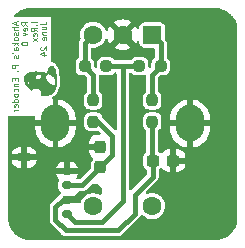
<source format=gbr>
G04 #@! TF.GenerationSoftware,KiCad,Pcbnew,8.0.3*
G04 #@! TF.CreationDate,2024-06-15T19:26:40-05:00*
G04 #@! TF.ProjectId,Encoder Board,456e636f-6465-4722-9042-6f6172642e6b,0*
G04 #@! TF.SameCoordinates,Original*
G04 #@! TF.FileFunction,Copper,L4,Bot*
G04 #@! TF.FilePolarity,Positive*
%FSLAX46Y46*%
G04 Gerber Fmt 4.6, Leading zero omitted, Abs format (unit mm)*
G04 Created by KiCad (PCBNEW 8.0.3) date 2024-06-15 19:26:40*
%MOMM*%
%LPD*%
G01*
G04 APERTURE LIST*
G04 Aperture macros list*
%AMRoundRect*
0 Rectangle with rounded corners*
0 $1 Rounding radius*
0 $2 $3 $4 $5 $6 $7 $8 $9 X,Y pos of 4 corners*
0 Add a 4 corners polygon primitive as box body*
4,1,4,$2,$3,$4,$5,$6,$7,$8,$9,$2,$3,0*
0 Add four circle primitives for the rounded corners*
1,1,$1+$1,$2,$3*
1,1,$1+$1,$4,$5*
1,1,$1+$1,$6,$7*
1,1,$1+$1,$8,$9*
0 Add four rect primitives between the rounded corners*
20,1,$1+$1,$2,$3,$4,$5,0*
20,1,$1+$1,$4,$5,$6,$7,0*
20,1,$1+$1,$6,$7,$8,$9,0*
20,1,$1+$1,$8,$9,$2,$3,0*%
G04 Aperture macros list end*
%ADD10C,0.100000*%
G04 #@! TA.AperFunction,NonConductor*
%ADD11C,0.100000*%
G04 #@! TD*
G04 #@! TA.AperFunction,EtchedComponent*
%ADD12C,0.010000*%
G04 #@! TD*
G04 #@! TA.AperFunction,ComponentPad*
%ADD13RoundRect,0.250000X-0.550000X0.550000X-0.550000X-0.550000X0.550000X-0.550000X0.550000X0.550000X0*%
G04 #@! TD*
G04 #@! TA.AperFunction,ComponentPad*
%ADD14C,1.600000*%
G04 #@! TD*
G04 #@! TA.AperFunction,ComponentPad*
%ADD15O,2.400000X3.100000*%
G04 #@! TD*
G04 #@! TA.AperFunction,SMDPad,CuDef*
%ADD16RoundRect,0.150000X0.275000X-0.150000X0.275000X0.150000X-0.275000X0.150000X-0.275000X-0.150000X0*%
G04 #@! TD*
G04 #@! TA.AperFunction,SMDPad,CuDef*
%ADD17RoundRect,0.187500X0.362500X-0.187500X0.362500X0.187500X-0.362500X0.187500X-0.362500X-0.187500X0*%
G04 #@! TD*
G04 #@! TA.AperFunction,SMDPad,CuDef*
%ADD18RoundRect,0.237500X-0.300000X-0.237500X0.300000X-0.237500X0.300000X0.237500X-0.300000X0.237500X0*%
G04 #@! TD*
G04 #@! TA.AperFunction,SMDPad,CuDef*
%ADD19RoundRect,0.237500X0.250000X0.237500X-0.250000X0.237500X-0.250000X-0.237500X0.250000X-0.237500X0*%
G04 #@! TD*
G04 #@! TA.AperFunction,SMDPad,CuDef*
%ADD20RoundRect,0.237500X0.237500X-0.250000X0.237500X0.250000X-0.237500X0.250000X-0.237500X-0.250000X0*%
G04 #@! TD*
G04 #@! TA.AperFunction,SMDPad,CuDef*
%ADD21RoundRect,0.237500X0.237500X-0.300000X0.237500X0.300000X-0.237500X0.300000X-0.237500X-0.300000X0*%
G04 #@! TD*
G04 #@! TA.AperFunction,SMDPad,CuDef*
%ADD22RoundRect,0.237500X-0.250000X-0.237500X0.250000X-0.237500X0.250000X0.237500X-0.250000X0.237500X0*%
G04 #@! TD*
G04 #@! TA.AperFunction,Conductor*
%ADD23C,0.400000*%
G04 #@! TD*
G04 APERTURE END LIST*
D10*
D11*
X124375836Y-102161027D02*
X124375836Y-102399122D01*
X124518693Y-102113408D02*
X124018693Y-102280074D01*
X124018693Y-102280074D02*
X124518693Y-102446741D01*
X124518693Y-102613407D02*
X124018693Y-102613407D01*
X124518693Y-102827693D02*
X124256788Y-102827693D01*
X124256788Y-102827693D02*
X124209169Y-102803883D01*
X124209169Y-102803883D02*
X124185360Y-102756264D01*
X124185360Y-102756264D02*
X124185360Y-102684836D01*
X124185360Y-102684836D02*
X124209169Y-102637217D01*
X124209169Y-102637217D02*
X124232979Y-102613407D01*
X124494884Y-103041979D02*
X124518693Y-103089598D01*
X124518693Y-103089598D02*
X124518693Y-103184836D01*
X124518693Y-103184836D02*
X124494884Y-103232455D01*
X124494884Y-103232455D02*
X124447264Y-103256264D01*
X124447264Y-103256264D02*
X124423455Y-103256264D01*
X124423455Y-103256264D02*
X124375836Y-103232455D01*
X124375836Y-103232455D02*
X124352026Y-103184836D01*
X124352026Y-103184836D02*
X124352026Y-103113407D01*
X124352026Y-103113407D02*
X124328217Y-103065788D01*
X124328217Y-103065788D02*
X124280598Y-103041979D01*
X124280598Y-103041979D02*
X124256788Y-103041979D01*
X124256788Y-103041979D02*
X124209169Y-103065788D01*
X124209169Y-103065788D02*
X124185360Y-103113407D01*
X124185360Y-103113407D02*
X124185360Y-103184836D01*
X124185360Y-103184836D02*
X124209169Y-103232455D01*
X124518693Y-103541979D02*
X124494884Y-103494360D01*
X124494884Y-103494360D02*
X124471074Y-103470550D01*
X124471074Y-103470550D02*
X124423455Y-103446741D01*
X124423455Y-103446741D02*
X124280598Y-103446741D01*
X124280598Y-103446741D02*
X124232979Y-103470550D01*
X124232979Y-103470550D02*
X124209169Y-103494360D01*
X124209169Y-103494360D02*
X124185360Y-103541979D01*
X124185360Y-103541979D02*
X124185360Y-103613407D01*
X124185360Y-103613407D02*
X124209169Y-103661026D01*
X124209169Y-103661026D02*
X124232979Y-103684836D01*
X124232979Y-103684836D02*
X124280598Y-103708645D01*
X124280598Y-103708645D02*
X124423455Y-103708645D01*
X124423455Y-103708645D02*
X124471074Y-103684836D01*
X124471074Y-103684836D02*
X124494884Y-103661026D01*
X124494884Y-103661026D02*
X124518693Y-103613407D01*
X124518693Y-103613407D02*
X124518693Y-103541979D01*
X124518693Y-103922931D02*
X124018693Y-103922931D01*
X124328217Y-103970550D02*
X124518693Y-104113407D01*
X124185360Y-104113407D02*
X124375836Y-103922931D01*
X124518693Y-104541979D02*
X124256788Y-104541979D01*
X124256788Y-104541979D02*
X124209169Y-104518169D01*
X124209169Y-104518169D02*
X124185360Y-104470550D01*
X124185360Y-104470550D02*
X124185360Y-104375312D01*
X124185360Y-104375312D02*
X124209169Y-104327693D01*
X124494884Y-104541979D02*
X124518693Y-104494360D01*
X124518693Y-104494360D02*
X124518693Y-104375312D01*
X124518693Y-104375312D02*
X124494884Y-104327693D01*
X124494884Y-104327693D02*
X124447264Y-104303884D01*
X124447264Y-104303884D02*
X124399645Y-104303884D01*
X124399645Y-104303884D02*
X124352026Y-104327693D01*
X124352026Y-104327693D02*
X124328217Y-104375312D01*
X124328217Y-104375312D02*
X124328217Y-104494360D01*
X124328217Y-104494360D02*
X124304407Y-104541979D01*
X124018693Y-104803884D02*
X124113931Y-104756265D01*
X124494884Y-104994360D02*
X124518693Y-105041979D01*
X124518693Y-105041979D02*
X124518693Y-105137217D01*
X124518693Y-105137217D02*
X124494884Y-105184836D01*
X124494884Y-105184836D02*
X124447264Y-105208645D01*
X124447264Y-105208645D02*
X124423455Y-105208645D01*
X124423455Y-105208645D02*
X124375836Y-105184836D01*
X124375836Y-105184836D02*
X124352026Y-105137217D01*
X124352026Y-105137217D02*
X124352026Y-105065788D01*
X124352026Y-105065788D02*
X124328217Y-105018169D01*
X124328217Y-105018169D02*
X124280598Y-104994360D01*
X124280598Y-104994360D02*
X124256788Y-104994360D01*
X124256788Y-104994360D02*
X124209169Y-105018169D01*
X124209169Y-105018169D02*
X124185360Y-105065788D01*
X124185360Y-105065788D02*
X124185360Y-105137217D01*
X124185360Y-105137217D02*
X124209169Y-105184836D01*
X124518693Y-105803883D02*
X124018693Y-105803883D01*
X124018693Y-105803883D02*
X124018693Y-105994359D01*
X124018693Y-105994359D02*
X124042503Y-106041978D01*
X124042503Y-106041978D02*
X124066312Y-106065788D01*
X124066312Y-106065788D02*
X124113931Y-106089597D01*
X124113931Y-106089597D02*
X124185360Y-106089597D01*
X124185360Y-106089597D02*
X124232979Y-106065788D01*
X124232979Y-106065788D02*
X124256788Y-106041978D01*
X124256788Y-106041978D02*
X124280598Y-105994359D01*
X124280598Y-105994359D02*
X124280598Y-105803883D01*
X124471074Y-106303883D02*
X124494884Y-106327693D01*
X124494884Y-106327693D02*
X124518693Y-106303883D01*
X124518693Y-106303883D02*
X124494884Y-106280074D01*
X124494884Y-106280074D02*
X124471074Y-106303883D01*
X124471074Y-106303883D02*
X124518693Y-106303883D01*
X124256788Y-106922930D02*
X124256788Y-107089597D01*
X124518693Y-107161025D02*
X124518693Y-106922930D01*
X124518693Y-106922930D02*
X124018693Y-106922930D01*
X124018693Y-106922930D02*
X124018693Y-107161025D01*
X124185360Y-107375311D02*
X124518693Y-107375311D01*
X124232979Y-107375311D02*
X124209169Y-107399121D01*
X124209169Y-107399121D02*
X124185360Y-107446740D01*
X124185360Y-107446740D02*
X124185360Y-107518168D01*
X124185360Y-107518168D02*
X124209169Y-107565787D01*
X124209169Y-107565787D02*
X124256788Y-107589597D01*
X124256788Y-107589597D02*
X124518693Y-107589597D01*
X124494884Y-108041978D02*
X124518693Y-107994359D01*
X124518693Y-107994359D02*
X124518693Y-107899121D01*
X124518693Y-107899121D02*
X124494884Y-107851502D01*
X124494884Y-107851502D02*
X124471074Y-107827692D01*
X124471074Y-107827692D02*
X124423455Y-107803883D01*
X124423455Y-107803883D02*
X124280598Y-107803883D01*
X124280598Y-107803883D02*
X124232979Y-107827692D01*
X124232979Y-107827692D02*
X124209169Y-107851502D01*
X124209169Y-107851502D02*
X124185360Y-107899121D01*
X124185360Y-107899121D02*
X124185360Y-107994359D01*
X124185360Y-107994359D02*
X124209169Y-108041978D01*
X124518693Y-108327692D02*
X124494884Y-108280073D01*
X124494884Y-108280073D02*
X124471074Y-108256263D01*
X124471074Y-108256263D02*
X124423455Y-108232454D01*
X124423455Y-108232454D02*
X124280598Y-108232454D01*
X124280598Y-108232454D02*
X124232979Y-108256263D01*
X124232979Y-108256263D02*
X124209169Y-108280073D01*
X124209169Y-108280073D02*
X124185360Y-108327692D01*
X124185360Y-108327692D02*
X124185360Y-108399120D01*
X124185360Y-108399120D02*
X124209169Y-108446739D01*
X124209169Y-108446739D02*
X124232979Y-108470549D01*
X124232979Y-108470549D02*
X124280598Y-108494358D01*
X124280598Y-108494358D02*
X124423455Y-108494358D01*
X124423455Y-108494358D02*
X124471074Y-108470549D01*
X124471074Y-108470549D02*
X124494884Y-108446739D01*
X124494884Y-108446739D02*
X124518693Y-108399120D01*
X124518693Y-108399120D02*
X124518693Y-108327692D01*
X124518693Y-108922930D02*
X124018693Y-108922930D01*
X124494884Y-108922930D02*
X124518693Y-108875311D01*
X124518693Y-108875311D02*
X124518693Y-108780073D01*
X124518693Y-108780073D02*
X124494884Y-108732454D01*
X124494884Y-108732454D02*
X124471074Y-108708644D01*
X124471074Y-108708644D02*
X124423455Y-108684835D01*
X124423455Y-108684835D02*
X124280598Y-108684835D01*
X124280598Y-108684835D02*
X124232979Y-108708644D01*
X124232979Y-108708644D02*
X124209169Y-108732454D01*
X124209169Y-108732454D02*
X124185360Y-108780073D01*
X124185360Y-108780073D02*
X124185360Y-108875311D01*
X124185360Y-108875311D02*
X124209169Y-108922930D01*
X124494884Y-109351501D02*
X124518693Y-109303882D01*
X124518693Y-109303882D02*
X124518693Y-109208644D01*
X124518693Y-109208644D02*
X124494884Y-109161025D01*
X124494884Y-109161025D02*
X124447264Y-109137216D01*
X124447264Y-109137216D02*
X124256788Y-109137216D01*
X124256788Y-109137216D02*
X124209169Y-109161025D01*
X124209169Y-109161025D02*
X124185360Y-109208644D01*
X124185360Y-109208644D02*
X124185360Y-109303882D01*
X124185360Y-109303882D02*
X124209169Y-109351501D01*
X124209169Y-109351501D02*
X124256788Y-109375311D01*
X124256788Y-109375311D02*
X124304407Y-109375311D01*
X124304407Y-109375311D02*
X124352026Y-109137216D01*
X124518693Y-109589596D02*
X124185360Y-109589596D01*
X124280598Y-109589596D02*
X124232979Y-109613406D01*
X124232979Y-109613406D02*
X124209169Y-109637215D01*
X124209169Y-109637215D02*
X124185360Y-109684834D01*
X124185360Y-109684834D02*
X124185360Y-109732453D01*
X125323665Y-102470550D02*
X125085570Y-102303884D01*
X125323665Y-102184836D02*
X124823665Y-102184836D01*
X124823665Y-102184836D02*
X124823665Y-102375312D01*
X124823665Y-102375312D02*
X124847475Y-102422931D01*
X124847475Y-102422931D02*
X124871284Y-102446741D01*
X124871284Y-102446741D02*
X124918903Y-102470550D01*
X124918903Y-102470550D02*
X124990332Y-102470550D01*
X124990332Y-102470550D02*
X125037951Y-102446741D01*
X125037951Y-102446741D02*
X125061760Y-102422931D01*
X125061760Y-102422931D02*
X125085570Y-102375312D01*
X125085570Y-102375312D02*
X125085570Y-102184836D01*
X125299856Y-102875312D02*
X125323665Y-102827693D01*
X125323665Y-102827693D02*
X125323665Y-102732455D01*
X125323665Y-102732455D02*
X125299856Y-102684836D01*
X125299856Y-102684836D02*
X125252236Y-102661027D01*
X125252236Y-102661027D02*
X125061760Y-102661027D01*
X125061760Y-102661027D02*
X125014141Y-102684836D01*
X125014141Y-102684836D02*
X124990332Y-102732455D01*
X124990332Y-102732455D02*
X124990332Y-102827693D01*
X124990332Y-102827693D02*
X125014141Y-102875312D01*
X125014141Y-102875312D02*
X125061760Y-102899122D01*
X125061760Y-102899122D02*
X125109379Y-102899122D01*
X125109379Y-102899122D02*
X125156998Y-102661027D01*
X124990332Y-103065788D02*
X125323665Y-103184836D01*
X125323665Y-103184836D02*
X124990332Y-103303883D01*
X124823665Y-103970549D02*
X124823665Y-104018168D01*
X124823665Y-104018168D02*
X124847475Y-104065787D01*
X124847475Y-104065787D02*
X124871284Y-104089597D01*
X124871284Y-104089597D02*
X124918903Y-104113406D01*
X124918903Y-104113406D02*
X125014141Y-104137216D01*
X125014141Y-104137216D02*
X125133189Y-104137216D01*
X125133189Y-104137216D02*
X125228427Y-104113406D01*
X125228427Y-104113406D02*
X125276046Y-104089597D01*
X125276046Y-104089597D02*
X125299856Y-104065787D01*
X125299856Y-104065787D02*
X125323665Y-104018168D01*
X125323665Y-104018168D02*
X125323665Y-103970549D01*
X125323665Y-103970549D02*
X125299856Y-103922930D01*
X125299856Y-103922930D02*
X125276046Y-103899121D01*
X125276046Y-103899121D02*
X125228427Y-103875311D01*
X125228427Y-103875311D02*
X125133189Y-103851502D01*
X125133189Y-103851502D02*
X125014141Y-103851502D01*
X125014141Y-103851502D02*
X124918903Y-103875311D01*
X124918903Y-103875311D02*
X124871284Y-103899121D01*
X124871284Y-103899121D02*
X124847475Y-103922930D01*
X124847475Y-103922930D02*
X124823665Y-103970549D01*
X126128637Y-102184836D02*
X125628637Y-102184836D01*
X126081018Y-102422931D02*
X126104828Y-102446741D01*
X126104828Y-102446741D02*
X126128637Y-102422931D01*
X126128637Y-102422931D02*
X126104828Y-102399122D01*
X126104828Y-102399122D02*
X126081018Y-102422931D01*
X126081018Y-102422931D02*
X126128637Y-102422931D01*
X126128637Y-102946740D02*
X125890542Y-102780074D01*
X126128637Y-102661026D02*
X125628637Y-102661026D01*
X125628637Y-102661026D02*
X125628637Y-102851502D01*
X125628637Y-102851502D02*
X125652447Y-102899121D01*
X125652447Y-102899121D02*
X125676256Y-102922931D01*
X125676256Y-102922931D02*
X125723875Y-102946740D01*
X125723875Y-102946740D02*
X125795304Y-102946740D01*
X125795304Y-102946740D02*
X125842923Y-102922931D01*
X125842923Y-102922931D02*
X125866732Y-102899121D01*
X125866732Y-102899121D02*
X125890542Y-102851502D01*
X125890542Y-102851502D02*
X125890542Y-102661026D01*
X126104828Y-103351502D02*
X126128637Y-103303883D01*
X126128637Y-103303883D02*
X126128637Y-103208645D01*
X126128637Y-103208645D02*
X126104828Y-103161026D01*
X126104828Y-103161026D02*
X126057208Y-103137217D01*
X126057208Y-103137217D02*
X125866732Y-103137217D01*
X125866732Y-103137217D02*
X125819113Y-103161026D01*
X125819113Y-103161026D02*
X125795304Y-103208645D01*
X125795304Y-103208645D02*
X125795304Y-103303883D01*
X125795304Y-103303883D02*
X125819113Y-103351502D01*
X125819113Y-103351502D02*
X125866732Y-103375312D01*
X125866732Y-103375312D02*
X125914351Y-103375312D01*
X125914351Y-103375312D02*
X125961970Y-103137217D01*
X126128637Y-103541978D02*
X125795304Y-103803883D01*
X125795304Y-103541978D02*
X126128637Y-103803883D01*
X126433609Y-102327693D02*
X126790752Y-102327693D01*
X126790752Y-102327693D02*
X126862180Y-102303884D01*
X126862180Y-102303884D02*
X126909800Y-102256265D01*
X126909800Y-102256265D02*
X126933609Y-102184836D01*
X126933609Y-102184836D02*
X126933609Y-102137217D01*
X126600276Y-102780074D02*
X126933609Y-102780074D01*
X126600276Y-102565788D02*
X126862180Y-102565788D01*
X126862180Y-102565788D02*
X126909800Y-102589598D01*
X126909800Y-102589598D02*
X126933609Y-102637217D01*
X126933609Y-102637217D02*
X126933609Y-102708645D01*
X126933609Y-102708645D02*
X126909800Y-102756264D01*
X126909800Y-102756264D02*
X126885990Y-102780074D01*
X126600276Y-103018169D02*
X126933609Y-103018169D01*
X126647895Y-103018169D02*
X126624085Y-103041979D01*
X126624085Y-103041979D02*
X126600276Y-103089598D01*
X126600276Y-103089598D02*
X126600276Y-103161026D01*
X126600276Y-103161026D02*
X126624085Y-103208645D01*
X126624085Y-103208645D02*
X126671704Y-103232455D01*
X126671704Y-103232455D02*
X126933609Y-103232455D01*
X126909800Y-103661026D02*
X126933609Y-103613407D01*
X126933609Y-103613407D02*
X126933609Y-103518169D01*
X126933609Y-103518169D02*
X126909800Y-103470550D01*
X126909800Y-103470550D02*
X126862180Y-103446741D01*
X126862180Y-103446741D02*
X126671704Y-103446741D01*
X126671704Y-103446741D02*
X126624085Y-103470550D01*
X126624085Y-103470550D02*
X126600276Y-103518169D01*
X126600276Y-103518169D02*
X126600276Y-103613407D01*
X126600276Y-103613407D02*
X126624085Y-103661026D01*
X126624085Y-103661026D02*
X126671704Y-103684836D01*
X126671704Y-103684836D02*
X126719323Y-103684836D01*
X126719323Y-103684836D02*
X126766942Y-103446741D01*
X126481228Y-104256264D02*
X126457419Y-104280073D01*
X126457419Y-104280073D02*
X126433609Y-104327692D01*
X126433609Y-104327692D02*
X126433609Y-104446740D01*
X126433609Y-104446740D02*
X126457419Y-104494359D01*
X126457419Y-104494359D02*
X126481228Y-104518168D01*
X126481228Y-104518168D02*
X126528847Y-104541978D01*
X126528847Y-104541978D02*
X126576466Y-104541978D01*
X126576466Y-104541978D02*
X126647895Y-104518168D01*
X126647895Y-104518168D02*
X126933609Y-104232454D01*
X126933609Y-104232454D02*
X126933609Y-104541978D01*
X126600276Y-104970549D02*
X126933609Y-104970549D01*
X126409800Y-104851501D02*
X126766942Y-104732454D01*
X126766942Y-104732454D02*
X126766942Y-105041977D01*
D12*
G04 #@! TO.C,G\u002A\u002A\u002A*
X127396901Y-105864607D02*
X127460969Y-105891740D01*
X127520217Y-105944991D01*
X127573871Y-106023819D01*
X127621159Y-106127695D01*
X127661308Y-106256084D01*
X127669272Y-106289464D01*
X127684930Y-106365794D01*
X127701847Y-106459059D01*
X127718876Y-106562192D01*
X127734873Y-106668124D01*
X127748693Y-106769787D01*
X127759189Y-106860111D01*
X127760353Y-106872470D01*
X127764616Y-106945940D01*
X127766643Y-107036000D01*
X127766571Y-107135186D01*
X127764536Y-107236037D01*
X127760673Y-107331088D01*
X127755119Y-107412878D01*
X127748009Y-107473945D01*
X127744306Y-107495853D01*
X127703484Y-107671039D01*
X127646239Y-107826726D01*
X127573257Y-107961615D01*
X127485224Y-108074410D01*
X127382826Y-108163817D01*
X127374669Y-108169571D01*
X127316763Y-108209400D01*
X127280783Y-108231645D01*
X127266426Y-108236086D01*
X127273390Y-108222509D01*
X127301373Y-108190702D01*
X127350073Y-108140444D01*
X127370050Y-108119854D01*
X127484180Y-107981691D01*
X127574267Y-107831482D01*
X127643256Y-107664445D01*
X127658026Y-107618691D01*
X127673934Y-107559991D01*
X127684288Y-107502948D01*
X127690749Y-107437603D01*
X127694976Y-107354000D01*
X127695902Y-107326698D01*
X127696270Y-107221813D01*
X127689556Y-107134954D01*
X127674315Y-107058234D01*
X127649100Y-106983764D01*
X127612468Y-106903655D01*
X127564731Y-106823228D01*
X127475318Y-106715407D01*
X127362770Y-106616766D01*
X127229771Y-106529558D01*
X127079005Y-106456034D01*
X127074154Y-106454018D01*
X127028867Y-106435157D01*
X126996003Y-106421384D01*
X126982390Y-106415559D01*
X126982824Y-106410252D01*
X126988684Y-106383187D01*
X126999695Y-106338492D01*
X127014427Y-106282123D01*
X127035238Y-106212008D01*
X127081350Y-106095430D01*
X127135198Y-106002191D01*
X127195650Y-105934462D01*
X127257389Y-105890813D01*
X127328783Y-105864120D01*
X127396901Y-105864607D01*
G04 #@! TA.AperFunction,EtchedComponent*
G36*
X127396901Y-105864607D02*
G01*
X127460969Y-105891740D01*
X127520217Y-105944991D01*
X127573871Y-106023819D01*
X127621159Y-106127695D01*
X127661308Y-106256084D01*
X127669272Y-106289464D01*
X127684930Y-106365794D01*
X127701847Y-106459059D01*
X127718876Y-106562192D01*
X127734873Y-106668124D01*
X127748693Y-106769787D01*
X127759189Y-106860111D01*
X127760353Y-106872470D01*
X127764616Y-106945940D01*
X127766643Y-107036000D01*
X127766571Y-107135186D01*
X127764536Y-107236037D01*
X127760673Y-107331088D01*
X127755119Y-107412878D01*
X127748009Y-107473945D01*
X127744306Y-107495853D01*
X127703484Y-107671039D01*
X127646239Y-107826726D01*
X127573257Y-107961615D01*
X127485224Y-108074410D01*
X127382826Y-108163817D01*
X127374669Y-108169571D01*
X127316763Y-108209400D01*
X127280783Y-108231645D01*
X127266426Y-108236086D01*
X127273390Y-108222509D01*
X127301373Y-108190702D01*
X127350073Y-108140444D01*
X127370050Y-108119854D01*
X127484180Y-107981691D01*
X127574267Y-107831482D01*
X127643256Y-107664445D01*
X127658026Y-107618691D01*
X127673934Y-107559991D01*
X127684288Y-107502948D01*
X127690749Y-107437603D01*
X127694976Y-107354000D01*
X127695902Y-107326698D01*
X127696270Y-107221813D01*
X127689556Y-107134954D01*
X127674315Y-107058234D01*
X127649100Y-106983764D01*
X127612468Y-106903655D01*
X127564731Y-106823228D01*
X127475318Y-106715407D01*
X127362770Y-106616766D01*
X127229771Y-106529558D01*
X127079005Y-106456034D01*
X127074154Y-106454018D01*
X127028867Y-106435157D01*
X126996003Y-106421384D01*
X126982390Y-106415559D01*
X126982824Y-106410252D01*
X126988684Y-106383187D01*
X126999695Y-106338492D01*
X127014427Y-106282123D01*
X127035238Y-106212008D01*
X127081350Y-106095430D01*
X127135198Y-106002191D01*
X127195650Y-105934462D01*
X127257389Y-105890813D01*
X127328783Y-105864120D01*
X127396901Y-105864607D01*
G37*
G04 #@! TD.AperFunction*
X126166597Y-106356959D02*
X126220537Y-106359446D01*
X126287440Y-106362529D01*
X126397462Y-106372275D01*
X126401867Y-106372791D01*
X126499300Y-106386367D01*
X126604026Y-106404458D01*
X126708979Y-106425549D01*
X126807086Y-106448124D01*
X126891276Y-106470669D01*
X126954482Y-106491668D01*
X126993908Y-106507107D01*
X126943067Y-106551745D01*
X126918742Y-106575143D01*
X126864501Y-106651845D01*
X126835448Y-106740151D01*
X126831670Y-106839065D01*
X126853250Y-106947588D01*
X126900270Y-107064723D01*
X126961535Y-107168517D01*
X127055184Y-107278404D01*
X127172040Y-107373232D01*
X127284987Y-107438940D01*
X127409091Y-107484809D01*
X127539473Y-107505905D01*
X127546448Y-107506405D01*
X127594740Y-107511140D01*
X127628850Y-107516686D01*
X127641778Y-107521945D01*
X127641769Y-107522692D01*
X127636461Y-107553335D01*
X127623111Y-107602083D01*
X127604290Y-107661246D01*
X127582569Y-107723131D01*
X127560520Y-107780048D01*
X127540712Y-107824304D01*
X127460507Y-107963151D01*
X127363243Y-108090076D01*
X127255585Y-108192985D01*
X127138719Y-108270756D01*
X127013834Y-108322266D01*
X126946518Y-108336196D01*
X126857046Y-108344710D01*
X126759450Y-108346431D01*
X126663738Y-108341209D01*
X126579917Y-108328886D01*
X126498778Y-108311555D01*
X126498778Y-108219959D01*
X126498645Y-108209966D01*
X126482279Y-108108597D01*
X126440125Y-108011581D01*
X126374387Y-107921985D01*
X126287265Y-107842877D01*
X126180962Y-107777324D01*
X126147594Y-107760986D01*
X126104740Y-107743085D01*
X126065292Y-107733142D01*
X126018714Y-107728861D01*
X125954470Y-107727945D01*
X125916990Y-107728152D01*
X125865362Y-107730293D01*
X125829056Y-107736163D01*
X125799731Y-107747472D01*
X125769045Y-107765926D01*
X125753115Y-107777568D01*
X125716188Y-107812810D01*
X125692548Y-107847065D01*
X125690876Y-107850781D01*
X125676214Y-107878730D01*
X125666306Y-107890137D01*
X125665246Y-107889732D01*
X125648372Y-107877754D01*
X125615051Y-107851645D01*
X125569514Y-107814771D01*
X125515989Y-107770497D01*
X125506012Y-107762123D01*
X125363587Y-107631447D01*
X125245166Y-107500463D01*
X125151223Y-107370223D01*
X125089312Y-107254966D01*
X125259635Y-107254966D01*
X125278313Y-107311949D01*
X125301063Y-107345005D01*
X125326774Y-107367693D01*
X125351094Y-107376479D01*
X125395116Y-107381691D01*
X125437589Y-107377888D01*
X125465845Y-107365289D01*
X125480077Y-107342153D01*
X125483531Y-107298479D01*
X125467932Y-107249944D01*
X125434800Y-107204423D01*
X125415007Y-107186914D01*
X125366101Y-107161071D01*
X125321510Y-107158116D01*
X125285835Y-107174888D01*
X125263677Y-107208225D01*
X125259635Y-107254966D01*
X125089312Y-107254966D01*
X125082232Y-107241785D01*
X125038666Y-107116201D01*
X125021000Y-106994527D01*
X125029707Y-106877819D01*
X125053179Y-106804746D01*
X125919162Y-106804746D01*
X125935557Y-106858931D01*
X125975024Y-106909162D01*
X126039137Y-106952193D01*
X126102230Y-106975457D01*
X126188644Y-106987162D01*
X126276279Y-106980283D01*
X126358597Y-106956161D01*
X126429059Y-106916137D01*
X126481125Y-106861552D01*
X126506853Y-106805690D01*
X126510180Y-106746806D01*
X126489884Y-106692825D01*
X126448368Y-106646361D01*
X126388036Y-106610026D01*
X126311291Y-106586434D01*
X126220537Y-106578198D01*
X126217215Y-106578221D01*
X126128213Y-106588020D01*
X126052844Y-106613326D01*
X125992681Y-106650895D01*
X125949298Y-106697484D01*
X125924267Y-106749849D01*
X125919162Y-106804746D01*
X125053179Y-106804746D01*
X125065262Y-106767130D01*
X125071026Y-106754969D01*
X125136041Y-106654282D01*
X125225653Y-106566681D01*
X125321510Y-106504147D01*
X125339305Y-106492539D01*
X125476440Y-106432226D01*
X125636501Y-106386114D01*
X125706559Y-106374054D01*
X125804913Y-106364113D01*
X125918757Y-106357871D01*
X126041509Y-106355446D01*
X126166597Y-106356959D01*
G04 #@! TA.AperFunction,EtchedComponent*
G36*
X126166597Y-106356959D02*
G01*
X126220537Y-106359446D01*
X126287440Y-106362529D01*
X126397462Y-106372275D01*
X126401867Y-106372791D01*
X126499300Y-106386367D01*
X126604026Y-106404458D01*
X126708979Y-106425549D01*
X126807086Y-106448124D01*
X126891276Y-106470669D01*
X126954482Y-106491668D01*
X126993908Y-106507107D01*
X126943067Y-106551745D01*
X126918742Y-106575143D01*
X126864501Y-106651845D01*
X126835448Y-106740151D01*
X126831670Y-106839065D01*
X126853250Y-106947588D01*
X126900270Y-107064723D01*
X126961535Y-107168517D01*
X127055184Y-107278404D01*
X127172040Y-107373232D01*
X127284987Y-107438940D01*
X127409091Y-107484809D01*
X127539473Y-107505905D01*
X127546448Y-107506405D01*
X127594740Y-107511140D01*
X127628850Y-107516686D01*
X127641778Y-107521945D01*
X127641769Y-107522692D01*
X127636461Y-107553335D01*
X127623111Y-107602083D01*
X127604290Y-107661246D01*
X127582569Y-107723131D01*
X127560520Y-107780048D01*
X127540712Y-107824304D01*
X127460507Y-107963151D01*
X127363243Y-108090076D01*
X127255585Y-108192985D01*
X127138719Y-108270756D01*
X127013834Y-108322266D01*
X126946518Y-108336196D01*
X126857046Y-108344710D01*
X126759450Y-108346431D01*
X126663738Y-108341209D01*
X126579917Y-108328886D01*
X126498778Y-108311555D01*
X126498778Y-108219959D01*
X126498645Y-108209966D01*
X126482279Y-108108597D01*
X126440125Y-108011581D01*
X126374387Y-107921985D01*
X126287265Y-107842877D01*
X126180962Y-107777324D01*
X126147594Y-107760986D01*
X126104740Y-107743085D01*
X126065292Y-107733142D01*
X126018714Y-107728861D01*
X125954470Y-107727945D01*
X125916990Y-107728152D01*
X125865362Y-107730293D01*
X125829056Y-107736163D01*
X125799731Y-107747472D01*
X125769045Y-107765926D01*
X125753115Y-107777568D01*
X125716188Y-107812810D01*
X125692548Y-107847065D01*
X125690876Y-107850781D01*
X125676214Y-107878730D01*
X125666306Y-107890137D01*
X125665246Y-107889732D01*
X125648372Y-107877754D01*
X125615051Y-107851645D01*
X125569514Y-107814771D01*
X125515989Y-107770497D01*
X125506012Y-107762123D01*
X125363587Y-107631447D01*
X125245166Y-107500463D01*
X125151223Y-107370223D01*
X125089312Y-107254966D01*
X125259635Y-107254966D01*
X125278313Y-107311949D01*
X125301063Y-107345005D01*
X125326774Y-107367693D01*
X125351094Y-107376479D01*
X125395116Y-107381691D01*
X125437589Y-107377888D01*
X125465845Y-107365289D01*
X125480077Y-107342153D01*
X125483531Y-107298479D01*
X125467932Y-107249944D01*
X125434800Y-107204423D01*
X125415007Y-107186914D01*
X125366101Y-107161071D01*
X125321510Y-107158116D01*
X125285835Y-107174888D01*
X125263677Y-107208225D01*
X125259635Y-107254966D01*
X125089312Y-107254966D01*
X125082232Y-107241785D01*
X125038666Y-107116201D01*
X125021000Y-106994527D01*
X125029707Y-106877819D01*
X125053179Y-106804746D01*
X125919162Y-106804746D01*
X125935557Y-106858931D01*
X125975024Y-106909162D01*
X126039137Y-106952193D01*
X126102230Y-106975457D01*
X126188644Y-106987162D01*
X126276279Y-106980283D01*
X126358597Y-106956161D01*
X126429059Y-106916137D01*
X126481125Y-106861552D01*
X126506853Y-106805690D01*
X126510180Y-106746806D01*
X126489884Y-106692825D01*
X126448368Y-106646361D01*
X126388036Y-106610026D01*
X126311291Y-106586434D01*
X126220537Y-106578198D01*
X126217215Y-106578221D01*
X126128213Y-106588020D01*
X126052844Y-106613326D01*
X125992681Y-106650895D01*
X125949298Y-106697484D01*
X125924267Y-106749849D01*
X125919162Y-106804746D01*
X125053179Y-106804746D01*
X125065262Y-106767130D01*
X125071026Y-106754969D01*
X125136041Y-106654282D01*
X125225653Y-106566681D01*
X125321510Y-106504147D01*
X125339305Y-106492539D01*
X125476440Y-106432226D01*
X125636501Y-106386114D01*
X125706559Y-106374054D01*
X125804913Y-106364113D01*
X125918757Y-106357871D01*
X126041509Y-106355446D01*
X126166597Y-106356959D01*
G37*
G04 #@! TD.AperFunction*
G04 #@! TD*
D13*
G04 #@! TO.P,SW1,A,A*
G04 #@! TO.N,/ENCODER_A*
X135900000Y-103250000D03*
D14*
G04 #@! TO.P,SW1,B,B*
G04 #@! TO.N,/ENCODER_B*
X130900000Y-103250000D03*
G04 #@! TO.P,SW1,C,C*
G04 #@! TO.N,GND*
X133400000Y-103250000D03*
D15*
G04 #@! TO.P,SW1,MP,MP*
X127700000Y-110749999D03*
X139100000Y-110750000D03*
D14*
G04 #@! TO.P,SW1,S1,S1*
G04 #@! TO.N,unconnected-(SW1-PadS1)*
X135900000Y-117750000D03*
G04 #@! TO.P,SW1,S2,S2*
G04 #@! TO.N,unconnected-(SW1-PadS2)*
X130900000Y-117750000D03*
G04 #@! TD*
D16*
G04 #@! TO.P,J1,1,Pin_1*
G04 #@! TO.N,VCC*
X128675000Y-118400000D03*
G04 #@! TO.P,J1,2,Pin_2*
G04 #@! TO.N,/ENCODER_A_FILT*
X128675000Y-117200000D03*
G04 #@! TO.P,J1,3,Pin_3*
G04 #@! TO.N,/ENCODER_B_FILT*
X128675000Y-116000000D03*
G04 #@! TO.P,J1,4,Pin_4*
G04 #@! TO.N,GND*
X128675000Y-114800000D03*
D17*
G04 #@! TO.P,J1,MP,MountPin*
X125050000Y-119575000D03*
X125050000Y-113625000D03*
G04 #@! TD*
D18*
G04 #@! TO.P,C1,1*
G04 #@! TO.N,/ENCODER_A_FILT*
X135937499Y-113900000D03*
G04 #@! TO.P,C1,2*
G04 #@! TO.N,GND*
X137662501Y-113900000D03*
G04 #@! TD*
D19*
G04 #@! TO.P,R3,1*
G04 #@! TO.N,VCC*
X132012500Y-105900000D03*
G04 #@! TO.P,R3,2*
G04 #@! TO.N,/ENCODER_B*
X130187500Y-105900000D03*
G04 #@! TD*
D20*
G04 #@! TO.P,R2,1*
G04 #@! TO.N,/ENCODER_A_FILT*
X135900000Y-110612500D03*
G04 #@! TO.P,R2,2*
G04 #@! TO.N,/ENCODER_A*
X135900000Y-108787500D03*
G04 #@! TD*
D21*
G04 #@! TO.P,C2,1*
G04 #@! TO.N,/ENCODER_B_FILT*
X131500000Y-114462501D03*
G04 #@! TO.P,C2,2*
G04 #@! TO.N,GND*
X131500000Y-112737499D03*
G04 #@! TD*
D22*
G04 #@! TO.P,R1,1*
G04 #@! TO.N,VCC*
X134787500Y-105900000D03*
G04 #@! TO.P,R1,2*
G04 #@! TO.N,/ENCODER_A*
X136612500Y-105900000D03*
G04 #@! TD*
D20*
G04 #@! TO.P,R4,1*
G04 #@! TO.N,/ENCODER_B_FILT*
X130900000Y-110612500D03*
G04 #@! TO.P,R4,2*
G04 #@! TO.N,/ENCODER_B*
X130900000Y-108787500D03*
G04 #@! TD*
D23*
G04 #@! TO.N,VCC*
X131600000Y-119100000D02*
X133400000Y-117300000D01*
X133400000Y-117300000D02*
X133400000Y-105900000D01*
X128675000Y-118400000D02*
X129375000Y-119100000D01*
X133400000Y-105900000D02*
X134787500Y-105900000D01*
X132012500Y-105900000D02*
X133400000Y-105900000D01*
X129375000Y-119100000D02*
X131600000Y-119100000D01*
G04 #@! TO.N,/ENCODER_A_FILT*
X128300000Y-117200000D02*
X127700000Y-117800000D01*
X127700000Y-118900000D02*
X128600000Y-119800000D01*
X128675000Y-117200000D02*
X128300000Y-117200000D01*
X134400000Y-118400000D02*
X134400000Y-116800000D01*
X133000000Y-119800000D02*
X134400000Y-118400000D01*
X134400000Y-116800000D02*
X135937499Y-115262501D01*
X127700000Y-117800000D02*
X127700000Y-118900000D01*
X135900000Y-110612500D02*
X135900000Y-113862501D01*
X135937499Y-115262501D02*
X135937499Y-113900000D01*
X128600000Y-119800000D02*
X133000000Y-119800000D01*
X135900000Y-113862501D02*
X135937499Y-113900000D01*
G04 #@! TO.N,/ENCODER_B_FILT*
X129962501Y-116000000D02*
X128675000Y-116000000D01*
X132500000Y-113462501D02*
X132500000Y-111800000D01*
X131500000Y-114462501D02*
X129962501Y-116000000D01*
X131500000Y-114462501D02*
X132500000Y-113462501D01*
X132500000Y-111800000D02*
X131312500Y-110612500D01*
X131312500Y-110612500D02*
X130900000Y-110612500D01*
G04 #@! TO.N,/ENCODER_A*
X135900000Y-108787500D02*
X135900000Y-106612500D01*
X136612500Y-105900000D02*
X136612500Y-103962500D01*
X136612500Y-103962500D02*
X135900000Y-103250000D01*
X135900000Y-106612500D02*
X136612500Y-105900000D01*
G04 #@! TO.N,/ENCODER_B*
X130900000Y-108787500D02*
X130900000Y-106612500D01*
X130900000Y-106612500D02*
X130187500Y-105900000D01*
X130187500Y-103962500D02*
X130900000Y-103250000D01*
X130187500Y-105900000D02*
X130187500Y-103962500D01*
G04 #@! TD*
G04 #@! TA.AperFunction,Conductor*
G04 #@! TO.N,GND*
G36*
X134479024Y-103975471D02*
G01*
X134530135Y-103902480D01*
X134566328Y-103824862D01*
X134612500Y-103772422D01*
X134679693Y-103753269D01*
X134746574Y-103773484D01*
X134791910Y-103826648D01*
X134801826Y-103862480D01*
X134810121Y-103931558D01*
X134865639Y-104072343D01*
X134957077Y-104192922D01*
X135077656Y-104284360D01*
X135077657Y-104284360D01*
X135077658Y-104284361D01*
X135218436Y-104339877D01*
X135306898Y-104350500D01*
X135988000Y-104350500D01*
X136055039Y-104370185D01*
X136100794Y-104422989D01*
X136112000Y-104474500D01*
X136112000Y-105115674D01*
X136092315Y-105182713D01*
X136062925Y-105214478D01*
X135978499Y-105278499D01*
X135889139Y-105396339D01*
X135834882Y-105533924D01*
X135834882Y-105533925D01*
X135824500Y-105620381D01*
X135824500Y-105928824D01*
X135804815Y-105995863D01*
X135788181Y-106016505D01*
X135787181Y-106017505D01*
X135725858Y-106050990D01*
X135656166Y-106046006D01*
X135600233Y-106004134D01*
X135575816Y-105938670D01*
X135575500Y-105929824D01*
X135575500Y-105620381D01*
X135567483Y-105553628D01*
X135565117Y-105533923D01*
X135510862Y-105396342D01*
X135507530Y-105391948D01*
X135421500Y-105278499D01*
X135303660Y-105189139D01*
X135303658Y-105189138D01*
X135166077Y-105134883D01*
X135166076Y-105134882D01*
X135166074Y-105134882D01*
X135079619Y-105124500D01*
X135079618Y-105124500D01*
X134495382Y-105124500D01*
X134495381Y-105124500D01*
X134408925Y-105134882D01*
X134408924Y-105134882D01*
X134271339Y-105189139D01*
X134153499Y-105278499D01*
X134098958Y-105350425D01*
X134042766Y-105391948D01*
X134000154Y-105399500D01*
X132799846Y-105399500D01*
X132732807Y-105379815D01*
X132701042Y-105350425D01*
X132646500Y-105278499D01*
X132528660Y-105189139D01*
X132528658Y-105189138D01*
X132391077Y-105134883D01*
X132391076Y-105134882D01*
X132391074Y-105134882D01*
X132304619Y-105124500D01*
X132304618Y-105124500D01*
X131720382Y-105124500D01*
X131720381Y-105124500D01*
X131633925Y-105134882D01*
X131633924Y-105134882D01*
X131496339Y-105189139D01*
X131378499Y-105278499D01*
X131289139Y-105396339D01*
X131234882Y-105533924D01*
X131234882Y-105533925D01*
X131224500Y-105620381D01*
X131224500Y-105929824D01*
X131204815Y-105996863D01*
X131152011Y-106042618D01*
X131082853Y-106052562D01*
X131019297Y-106023537D01*
X131012819Y-106017505D01*
X131011819Y-106016505D01*
X130978334Y-105955182D01*
X130975500Y-105928824D01*
X130975500Y-105620381D01*
X130967483Y-105553628D01*
X130965117Y-105533923D01*
X130910862Y-105396342D01*
X130907530Y-105391948D01*
X130821500Y-105278499D01*
X130737075Y-105214478D01*
X130695551Y-105158285D01*
X130688000Y-105115674D01*
X130688000Y-104474500D01*
X130707685Y-104407461D01*
X130760489Y-104361706D01*
X130812000Y-104350500D01*
X131001974Y-104350500D01*
X131001976Y-104350500D01*
X131202456Y-104313024D01*
X131392637Y-104239348D01*
X131566041Y-104131981D01*
X131716764Y-103994579D01*
X131839673Y-103831821D01*
X131923149Y-103664178D01*
X131933138Y-103644118D01*
X131934763Y-103644927D01*
X131972258Y-103596102D01*
X132038017Y-103572491D01*
X132106103Y-103588180D01*
X132154898Y-103638188D01*
X132165118Y-103664178D01*
X132173729Y-103696314D01*
X132173735Y-103696331D01*
X132269863Y-103902478D01*
X132320974Y-103975472D01*
X132917037Y-103379409D01*
X132934075Y-103442993D01*
X132999901Y-103557007D01*
X133092993Y-103650099D01*
X133207007Y-103715925D01*
X133270590Y-103732962D01*
X132674526Y-104329025D01*
X132747513Y-104380132D01*
X132747521Y-104380136D01*
X132953668Y-104476264D01*
X132953682Y-104476269D01*
X133173389Y-104535139D01*
X133173400Y-104535141D01*
X133399998Y-104554966D01*
X133400002Y-104554966D01*
X133626599Y-104535141D01*
X133626610Y-104535139D01*
X133846317Y-104476269D01*
X133846331Y-104476264D01*
X134052478Y-104380136D01*
X134125471Y-104329024D01*
X133529409Y-103732962D01*
X133592993Y-103715925D01*
X133707007Y-103650099D01*
X133800099Y-103557007D01*
X133865925Y-103442993D01*
X133882962Y-103379409D01*
X134479024Y-103975471D01*
G37*
G04 #@! TD.AperFunction*
G04 #@! TA.AperFunction,Conductor*
G36*
X141304043Y-101000765D02*
G01*
X141526790Y-101015364D01*
X141542848Y-101017479D01*
X141728875Y-101054482D01*
X141757771Y-101060230D01*
X141773438Y-101064428D01*
X141926569Y-101116409D01*
X141980944Y-101134867D01*
X141995921Y-101141070D01*
X142186791Y-101235196D01*
X142192460Y-101237992D01*
X142206508Y-101246102D01*
X142388712Y-101367848D01*
X142401573Y-101377716D01*
X142506495Y-101469730D01*
X142566328Y-101522202D01*
X142577797Y-101533671D01*
X142590738Y-101548427D01*
X142688160Y-101659517D01*
X142722280Y-101698423D01*
X142732154Y-101711291D01*
X142853897Y-101893492D01*
X142862007Y-101907539D01*
X142958926Y-102104071D01*
X142965133Y-102119057D01*
X143035571Y-102326561D01*
X143039769Y-102342228D01*
X143082518Y-102557140D01*
X143084636Y-102573221D01*
X143099235Y-102795956D01*
X143099500Y-102804066D01*
X143099500Y-118795933D01*
X143099235Y-118804043D01*
X143084636Y-119026778D01*
X143082518Y-119042859D01*
X143039769Y-119257771D01*
X143035571Y-119273438D01*
X142965133Y-119480942D01*
X142958926Y-119495928D01*
X142862007Y-119692460D01*
X142853897Y-119706507D01*
X142732154Y-119888708D01*
X142722280Y-119901576D01*
X142577797Y-120066328D01*
X142566328Y-120077797D01*
X142401576Y-120222280D01*
X142388708Y-120232154D01*
X142206507Y-120353897D01*
X142192460Y-120362007D01*
X141995928Y-120458926D01*
X141980942Y-120465133D01*
X141773438Y-120535571D01*
X141757771Y-120539769D01*
X141542859Y-120582518D01*
X141526778Y-120584636D01*
X141304043Y-120599235D01*
X141295933Y-120599500D01*
X125504067Y-120599500D01*
X125495957Y-120599235D01*
X125273221Y-120584636D01*
X125257140Y-120582518D01*
X125042228Y-120539769D01*
X125026561Y-120535571D01*
X124819057Y-120465133D01*
X124804071Y-120458926D01*
X124607539Y-120362007D01*
X124593492Y-120353897D01*
X124411291Y-120232154D01*
X124398423Y-120222280D01*
X124373586Y-120200499D01*
X124262390Y-120102983D01*
X124233671Y-120077797D01*
X124222202Y-120066328D01*
X124169730Y-120006495D01*
X124077716Y-119901573D01*
X124067845Y-119888708D01*
X123946102Y-119706507D01*
X123937992Y-119692460D01*
X123935196Y-119686791D01*
X123841070Y-119495921D01*
X123834866Y-119480942D01*
X123764428Y-119273438D01*
X123760230Y-119257771D01*
X123727492Y-119093186D01*
X123717479Y-119042848D01*
X123715364Y-119026790D01*
X123700765Y-118804043D01*
X123700500Y-118795933D01*
X123700500Y-117734108D01*
X127199500Y-117734108D01*
X127199500Y-118965891D01*
X127233608Y-119093187D01*
X127234249Y-119094297D01*
X127299500Y-119207314D01*
X127299501Y-119207315D01*
X127299502Y-119207316D01*
X128195159Y-120102972D01*
X128195169Y-120102983D01*
X128199499Y-120107313D01*
X128199500Y-120107314D01*
X128292686Y-120200500D01*
X128406814Y-120266392D01*
X128534107Y-120300500D01*
X128534108Y-120300500D01*
X128534109Y-120300500D01*
X133065890Y-120300500D01*
X133065892Y-120300500D01*
X133193186Y-120266392D01*
X133307314Y-120200500D01*
X134800500Y-118707314D01*
X134866392Y-118593186D01*
X134877460Y-118551877D01*
X134913822Y-118492219D01*
X134976668Y-118461688D01*
X135046044Y-118469982D01*
X135080772Y-118492334D01*
X135233957Y-118631980D01*
X135233960Y-118631982D01*
X135333141Y-118693392D01*
X135407363Y-118739348D01*
X135597544Y-118813024D01*
X135798024Y-118850500D01*
X135798026Y-118850500D01*
X136001974Y-118850500D01*
X136001976Y-118850500D01*
X136202456Y-118813024D01*
X136392637Y-118739348D01*
X136566041Y-118631981D01*
X136716764Y-118494579D01*
X136839673Y-118331821D01*
X136930582Y-118149250D01*
X136986397Y-117953083D01*
X137005215Y-117750000D01*
X137003742Y-117734108D01*
X136986397Y-117546917D01*
X136956244Y-117440941D01*
X136930582Y-117350750D01*
X136839673Y-117168179D01*
X136741591Y-117038297D01*
X136716762Y-117005418D01*
X136566041Y-116868019D01*
X136566039Y-116868017D01*
X136392642Y-116760655D01*
X136392635Y-116760651D01*
X136235481Y-116699770D01*
X136202456Y-116686976D01*
X136001976Y-116649500D01*
X135798024Y-116649500D01*
X135646739Y-116677779D01*
X135597538Y-116686977D01*
X135530740Y-116712855D01*
X135461117Y-116718716D01*
X135399377Y-116686006D01*
X135365122Y-116625110D01*
X135369229Y-116555361D01*
X135398264Y-116509549D01*
X136337999Y-115569815D01*
X136403891Y-115455687D01*
X136437999Y-115328393D01*
X136437999Y-115196609D01*
X136437999Y-114720315D01*
X136457684Y-114653276D01*
X136497040Y-114616175D01*
X136496898Y-114615988D01*
X136498643Y-114614664D01*
X136501228Y-114612228D01*
X136503651Y-114610864D01*
X136503657Y-114610862D01*
X136588574Y-114546467D01*
X136653885Y-114521644D01*
X136722249Y-114536072D01*
X136769038Y-114580175D01*
X136780055Y-114598037D01*
X136901962Y-114719944D01*
X136901966Y-114719947D01*
X137048689Y-114810448D01*
X137048700Y-114810453D01*
X137212348Y-114864680D01*
X137313352Y-114874999D01*
X137912501Y-114874999D01*
X138011641Y-114874999D01*
X138011655Y-114874998D01*
X138112653Y-114864680D01*
X138276301Y-114810453D01*
X138276312Y-114810448D01*
X138423035Y-114719947D01*
X138423039Y-114719944D01*
X138544945Y-114598038D01*
X138544948Y-114598034D01*
X138635449Y-114451311D01*
X138635454Y-114451300D01*
X138689681Y-114287652D01*
X138700000Y-114186654D01*
X138700001Y-114186641D01*
X138700001Y-114150000D01*
X137912501Y-114150000D01*
X137912501Y-114874999D01*
X137313352Y-114874999D01*
X137412501Y-114874998D01*
X137412501Y-113650000D01*
X137912501Y-113650000D01*
X138700000Y-113650000D01*
X138700000Y-113613360D01*
X138699999Y-113613345D01*
X138689681Y-113512347D01*
X138635454Y-113348699D01*
X138635449Y-113348688D01*
X138544948Y-113201965D01*
X138544945Y-113201961D01*
X138423039Y-113080055D01*
X138423035Y-113080052D01*
X138276312Y-112989551D01*
X138276301Y-112989546D01*
X138112653Y-112935319D01*
X138011655Y-112925000D01*
X137912501Y-112925000D01*
X137912501Y-113650000D01*
X137412501Y-113650000D01*
X137412501Y-112924999D01*
X137313361Y-112925000D01*
X137313345Y-112925001D01*
X137212348Y-112935319D01*
X137048700Y-112989546D01*
X137048689Y-112989551D01*
X136901966Y-113080052D01*
X136901962Y-113080055D01*
X136780055Y-113201962D01*
X136769037Y-113219826D01*
X136717088Y-113266550D01*
X136648125Y-113277771D01*
X136588574Y-113253532D01*
X136503659Y-113189139D01*
X136503653Y-113189136D01*
X136479010Y-113179418D01*
X136423866Y-113136513D01*
X136400673Y-113070605D01*
X136400500Y-113064064D01*
X136400500Y-111399846D01*
X136420185Y-111332807D01*
X136449575Y-111301042D01*
X136504538Y-111259363D01*
X136521500Y-111246500D01*
X136610862Y-111128658D01*
X136665117Y-110991077D01*
X136675500Y-110904618D01*
X136675500Y-110320382D01*
X136671680Y-110288575D01*
X137400000Y-110288575D01*
X137400000Y-110500000D01*
X138400000Y-110500000D01*
X138400000Y-111000000D01*
X137400000Y-111000000D01*
X137400000Y-111211424D01*
X137429085Y-111432354D01*
X137429088Y-111432367D01*
X137486763Y-111647618D01*
X137572045Y-111853502D01*
X137572054Y-111853520D01*
X137683464Y-112046491D01*
X137683466Y-112046495D01*
X137819130Y-112223293D01*
X137819138Y-112223302D01*
X137976698Y-112380862D01*
X137976706Y-112380869D01*
X138153504Y-112516533D01*
X138153508Y-112516535D01*
X138346479Y-112627945D01*
X138346497Y-112627954D01*
X138552379Y-112713235D01*
X138767632Y-112770912D01*
X138849999Y-112781755D01*
X138850000Y-112781755D01*
X138850000Y-111754120D01*
X138895818Y-111773099D01*
X139031056Y-111800000D01*
X139168944Y-111800000D01*
X139304182Y-111773099D01*
X139350000Y-111754120D01*
X139350000Y-112781755D01*
X139432367Y-112770912D01*
X139647620Y-112713235D01*
X139853502Y-112627954D01*
X139853520Y-112627945D01*
X140046491Y-112516535D01*
X140046495Y-112516533D01*
X140223293Y-112380869D01*
X140223302Y-112380862D01*
X140380862Y-112223302D01*
X140380869Y-112223293D01*
X140516533Y-112046495D01*
X140516535Y-112046491D01*
X140627945Y-111853520D01*
X140627954Y-111853502D01*
X140713236Y-111647618D01*
X140770911Y-111432367D01*
X140770914Y-111432354D01*
X140800000Y-111211424D01*
X140800000Y-111000000D01*
X139800000Y-111000000D01*
X139800000Y-110500000D01*
X140800000Y-110500000D01*
X140800000Y-110288575D01*
X140770914Y-110067645D01*
X140770911Y-110067632D01*
X140713236Y-109852381D01*
X140627954Y-109646497D01*
X140627945Y-109646479D01*
X140516535Y-109453508D01*
X140516533Y-109453504D01*
X140380869Y-109276706D01*
X140380862Y-109276698D01*
X140223302Y-109119138D01*
X140223293Y-109119130D01*
X140046495Y-108983466D01*
X140046491Y-108983464D01*
X139853520Y-108872054D01*
X139853502Y-108872045D01*
X139647618Y-108786763D01*
X139432363Y-108729087D01*
X139350000Y-108718242D01*
X139350000Y-109745879D01*
X139304182Y-109726901D01*
X139168944Y-109700000D01*
X139031056Y-109700000D01*
X138895818Y-109726901D01*
X138850000Y-109745879D01*
X138850000Y-108718242D01*
X138849999Y-108718242D01*
X138767636Y-108729087D01*
X138552381Y-108786763D01*
X138346497Y-108872045D01*
X138346479Y-108872054D01*
X138153508Y-108983464D01*
X138153504Y-108983466D01*
X137976706Y-109119130D01*
X137819130Y-109276706D01*
X137683466Y-109453504D01*
X137683464Y-109453508D01*
X137572054Y-109646479D01*
X137572045Y-109646497D01*
X137486763Y-109852381D01*
X137429088Y-110067632D01*
X137429085Y-110067645D01*
X137400000Y-110288575D01*
X136671680Y-110288575D01*
X136665117Y-110233923D01*
X136610862Y-110096342D01*
X136610860Y-110096339D01*
X136521500Y-109978499D01*
X136403660Y-109889139D01*
X136403658Y-109889138D01*
X136266077Y-109834883D01*
X136266076Y-109834882D01*
X136266074Y-109834882D01*
X136179619Y-109824500D01*
X136179618Y-109824500D01*
X135620382Y-109824500D01*
X135620381Y-109824500D01*
X135533925Y-109834882D01*
X135533924Y-109834882D01*
X135396339Y-109889139D01*
X135278499Y-109978499D01*
X135189139Y-110096339D01*
X135134882Y-110233924D01*
X135134882Y-110233925D01*
X135124500Y-110320381D01*
X135124500Y-110904618D01*
X135134882Y-110991074D01*
X135134882Y-110991075D01*
X135189139Y-111128660D01*
X135278499Y-111246500D01*
X135350425Y-111301042D01*
X135391948Y-111357234D01*
X135399500Y-111399846D01*
X135399500Y-113106194D01*
X135379815Y-113173233D01*
X135350425Y-113204998D01*
X135253498Y-113278499D01*
X135164138Y-113396339D01*
X135109881Y-113533924D01*
X135109881Y-113533925D01*
X135099499Y-113620381D01*
X135099499Y-114179618D01*
X135109881Y-114266074D01*
X135109881Y-114266075D01*
X135109882Y-114266077D01*
X135158672Y-114389801D01*
X135164138Y-114403660D01*
X135253498Y-114521500D01*
X135371341Y-114610862D01*
X135373770Y-114612228D01*
X135375555Y-114614057D01*
X135378099Y-114615987D01*
X135377809Y-114616368D01*
X135422559Y-114662241D01*
X135436999Y-114720315D01*
X135436999Y-115003825D01*
X135417314Y-115070864D01*
X135400680Y-115091506D01*
X134112181Y-116380005D01*
X134050858Y-116413490D01*
X133981166Y-116408506D01*
X133925233Y-116366634D01*
X133900816Y-116301170D01*
X133900500Y-116292324D01*
X133900500Y-106556605D01*
X133920185Y-106489566D01*
X133972989Y-106443811D01*
X134042147Y-106433867D01*
X134105703Y-106462892D01*
X134123302Y-106481677D01*
X134153500Y-106521500D01*
X134271342Y-106610862D01*
X134408923Y-106665117D01*
X134466562Y-106672039D01*
X134495381Y-106675500D01*
X134495382Y-106675500D01*
X135079619Y-106675500D01*
X135101232Y-106672904D01*
X135166077Y-106665117D01*
X135230010Y-106639904D01*
X135299596Y-106633623D01*
X135361532Y-106665959D01*
X135396154Y-106726648D01*
X135399500Y-106755259D01*
X135399500Y-108000153D01*
X135379815Y-108067192D01*
X135350425Y-108098957D01*
X135278499Y-108153499D01*
X135189139Y-108271339D01*
X135134882Y-108408924D01*
X135134882Y-108408925D01*
X135124500Y-108495381D01*
X135124500Y-109079618D01*
X135134882Y-109166074D01*
X135134882Y-109166075D01*
X135134883Y-109166077D01*
X135178509Y-109276706D01*
X135189139Y-109303660D01*
X135278499Y-109421500D01*
X135396339Y-109510860D01*
X135396342Y-109510862D01*
X135533923Y-109565117D01*
X135591562Y-109572039D01*
X135620381Y-109575500D01*
X135620382Y-109575500D01*
X136179619Y-109575500D01*
X136201232Y-109572904D01*
X136266077Y-109565117D01*
X136403658Y-109510862D01*
X136521500Y-109421500D01*
X136610862Y-109303658D01*
X136665117Y-109166077D01*
X136675500Y-109079618D01*
X136675500Y-108495382D01*
X136665117Y-108408923D01*
X136610862Y-108271342D01*
X136610860Y-108271339D01*
X136521500Y-108153499D01*
X136449575Y-108098957D01*
X136408051Y-108042764D01*
X136400500Y-108000153D01*
X136400500Y-106871176D01*
X136420185Y-106804137D01*
X136436819Y-106783495D01*
X136508495Y-106711819D01*
X136569818Y-106678334D01*
X136596176Y-106675500D01*
X136904619Y-106675500D01*
X136926232Y-106672904D01*
X136991077Y-106665117D01*
X137128658Y-106610862D01*
X137246500Y-106521500D01*
X137335862Y-106403658D01*
X137390117Y-106266077D01*
X137400500Y-106179618D01*
X137400500Y-105620382D01*
X137398751Y-105605822D01*
X137392483Y-105553628D01*
X137390117Y-105533923D01*
X137335862Y-105396342D01*
X137332530Y-105391948D01*
X137246500Y-105278499D01*
X137162075Y-105214478D01*
X137120551Y-105158285D01*
X137113000Y-105115674D01*
X137113000Y-103896610D01*
X137113000Y-103896608D01*
X137078892Y-103769314D01*
X137078890Y-103769310D01*
X137017113Y-103662309D01*
X137000500Y-103600309D01*
X137000500Y-102656903D01*
X137000500Y-102656898D01*
X136989877Y-102568436D01*
X136934361Y-102427658D01*
X136934360Y-102427657D01*
X136934360Y-102427656D01*
X136842922Y-102307077D01*
X136722343Y-102215639D01*
X136609080Y-102170974D01*
X136581564Y-102160123D01*
X136581563Y-102160122D01*
X136581561Y-102160122D01*
X136535926Y-102154642D01*
X136493102Y-102149500D01*
X135306898Y-102149500D01*
X135267853Y-102154188D01*
X135218438Y-102160122D01*
X135077656Y-102215639D01*
X134957077Y-102307077D01*
X134865639Y-102427656D01*
X134810121Y-102568441D01*
X134801826Y-102637519D01*
X134774289Y-102701733D01*
X134716406Y-102740866D01*
X134646555Y-102742492D01*
X134586914Y-102706096D01*
X134566328Y-102675138D01*
X134530131Y-102597512D01*
X134479025Y-102524526D01*
X133882962Y-103120589D01*
X133865925Y-103057007D01*
X133800099Y-102942993D01*
X133707007Y-102849901D01*
X133592993Y-102784075D01*
X133529410Y-102767037D01*
X134125472Y-102170974D01*
X134052478Y-102119863D01*
X133846331Y-102023735D01*
X133846317Y-102023730D01*
X133626610Y-101964860D01*
X133626599Y-101964858D01*
X133400002Y-101945034D01*
X133399998Y-101945034D01*
X133173400Y-101964858D01*
X133173389Y-101964860D01*
X132953682Y-102023730D01*
X132953673Y-102023734D01*
X132747516Y-102119866D01*
X132747512Y-102119868D01*
X132674526Y-102170973D01*
X132674526Y-102170974D01*
X133270590Y-102767037D01*
X133207007Y-102784075D01*
X133092993Y-102849901D01*
X132999901Y-102942993D01*
X132934075Y-103057007D01*
X132917037Y-103120589D01*
X132320974Y-102524526D01*
X132320973Y-102524526D01*
X132269868Y-102597512D01*
X132269866Y-102597516D01*
X132173734Y-102803673D01*
X132173729Y-102803686D01*
X132165118Y-102835821D01*
X132128752Y-102895481D01*
X132065904Y-102926009D01*
X131996529Y-102917712D01*
X131942652Y-102873226D01*
X131933484Y-102855709D01*
X131933138Y-102855882D01*
X131858553Y-102706096D01*
X131839673Y-102668179D01*
X131767964Y-102573221D01*
X131716762Y-102505418D01*
X131566041Y-102368019D01*
X131566039Y-102368017D01*
X131392642Y-102260655D01*
X131392635Y-102260651D01*
X131276444Y-102215639D01*
X131202456Y-102186976D01*
X131001976Y-102149500D01*
X130798024Y-102149500D01*
X130597544Y-102186976D01*
X130597541Y-102186976D01*
X130597541Y-102186977D01*
X130407364Y-102260651D01*
X130407357Y-102260655D01*
X130233960Y-102368017D01*
X130233958Y-102368019D01*
X130083237Y-102505418D01*
X129960327Y-102668178D01*
X129869422Y-102850739D01*
X129869417Y-102850752D01*
X129813602Y-103046917D01*
X129794785Y-103249999D01*
X129794785Y-103250000D01*
X129813602Y-103453079D01*
X129813602Y-103453082D01*
X129813603Y-103453083D01*
X129832534Y-103519622D01*
X129831947Y-103589487D01*
X129800951Y-103641233D01*
X129787000Y-103655183D01*
X129721109Y-103769310D01*
X129721109Y-103769311D01*
X129721108Y-103769313D01*
X129721108Y-103769314D01*
X129687000Y-103896608D01*
X129687000Y-105115674D01*
X129667315Y-105182713D01*
X129637925Y-105214478D01*
X129553499Y-105278499D01*
X129464139Y-105396339D01*
X129409882Y-105533924D01*
X129409882Y-105533925D01*
X129399500Y-105620381D01*
X129399500Y-106179618D01*
X129409882Y-106266074D01*
X129409882Y-106266075D01*
X129464139Y-106403660D01*
X129553499Y-106521500D01*
X129671339Y-106610860D01*
X129671342Y-106610862D01*
X129808923Y-106665117D01*
X129866562Y-106672039D01*
X129895381Y-106675500D01*
X129895382Y-106675500D01*
X130203824Y-106675500D01*
X130270863Y-106695185D01*
X130291505Y-106711819D01*
X130363181Y-106783495D01*
X130396666Y-106844818D01*
X130399500Y-106871176D01*
X130399500Y-108000153D01*
X130379815Y-108067192D01*
X130350425Y-108098957D01*
X130278499Y-108153499D01*
X130189139Y-108271339D01*
X130134882Y-108408924D01*
X130134882Y-108408925D01*
X130124500Y-108495381D01*
X130124500Y-109079618D01*
X130134882Y-109166074D01*
X130134882Y-109166075D01*
X130134883Y-109166077D01*
X130178509Y-109276706D01*
X130189139Y-109303660D01*
X130278499Y-109421500D01*
X130396339Y-109510860D01*
X130396342Y-109510862D01*
X130533923Y-109565117D01*
X130591562Y-109572039D01*
X130620381Y-109575500D01*
X130620382Y-109575500D01*
X131179619Y-109575500D01*
X131201232Y-109572904D01*
X131266077Y-109565117D01*
X131403658Y-109510862D01*
X131521500Y-109421500D01*
X131610862Y-109303658D01*
X131665117Y-109166077D01*
X131675500Y-109079618D01*
X131675500Y-108495382D01*
X131665117Y-108408923D01*
X131610862Y-108271342D01*
X131610860Y-108271339D01*
X131521500Y-108153499D01*
X131449575Y-108098957D01*
X131408051Y-108042764D01*
X131400500Y-108000153D01*
X131400500Y-106755259D01*
X131420185Y-106688220D01*
X131472989Y-106642465D01*
X131542147Y-106632521D01*
X131569987Y-106639904D01*
X131633923Y-106665117D01*
X131691562Y-106672039D01*
X131720381Y-106675500D01*
X131720382Y-106675500D01*
X132304619Y-106675500D01*
X132326232Y-106672904D01*
X132391077Y-106665117D01*
X132528658Y-106610862D01*
X132646500Y-106521500D01*
X132676696Y-106481680D01*
X132732887Y-106440157D01*
X132802608Y-106435604D01*
X132863723Y-106469469D01*
X132896827Y-106530998D01*
X132899500Y-106556605D01*
X132899500Y-111192324D01*
X132879815Y-111259363D01*
X132827011Y-111305118D01*
X132757853Y-111315062D01*
X132694297Y-111286037D01*
X132687819Y-111280005D01*
X131697189Y-110289375D01*
X131669557Y-110240718D01*
X131668033Y-110241320D01*
X131665117Y-110233925D01*
X131665117Y-110233923D01*
X131610862Y-110096342D01*
X131610860Y-110096339D01*
X131521500Y-109978499D01*
X131403660Y-109889139D01*
X131403658Y-109889138D01*
X131266077Y-109834883D01*
X131266076Y-109834882D01*
X131266074Y-109834882D01*
X131179619Y-109824500D01*
X131179618Y-109824500D01*
X130620382Y-109824500D01*
X130620381Y-109824500D01*
X130533925Y-109834882D01*
X130533924Y-109834882D01*
X130396339Y-109889139D01*
X130278499Y-109978499D01*
X130189139Y-110096339D01*
X130134882Y-110233924D01*
X130134882Y-110233925D01*
X130124500Y-110320381D01*
X130124500Y-110904618D01*
X130134882Y-110991074D01*
X130134882Y-110991075D01*
X130189139Y-111128660D01*
X130278499Y-111246500D01*
X130392313Y-111332807D01*
X130396342Y-111335862D01*
X130533923Y-111390117D01*
X130591562Y-111397039D01*
X130620381Y-111400500D01*
X130620382Y-111400500D01*
X131179619Y-111400500D01*
X131222847Y-111395308D01*
X131266077Y-111390117D01*
X131273768Y-111387083D01*
X131343353Y-111380800D01*
X131405291Y-111413135D01*
X131406942Y-111414756D01*
X131480504Y-111488318D01*
X131513989Y-111549641D01*
X131509005Y-111619333D01*
X131467133Y-111675266D01*
X131401669Y-111699683D01*
X131392824Y-111699999D01*
X131213361Y-111699999D01*
X131213344Y-111700000D01*
X131112347Y-111710318D01*
X130948699Y-111764545D01*
X130948688Y-111764550D01*
X130801965Y-111855051D01*
X130801961Y-111855054D01*
X130680055Y-111976960D01*
X130680052Y-111976964D01*
X130589551Y-112123687D01*
X130589546Y-112123698D01*
X130535319Y-112287346D01*
X130525000Y-112388344D01*
X130525000Y-112487499D01*
X131626000Y-112487499D01*
X131693039Y-112507184D01*
X131738794Y-112559988D01*
X131750000Y-112611499D01*
X131750000Y-112863499D01*
X131730315Y-112930538D01*
X131677511Y-112976293D01*
X131626000Y-112987499D01*
X130525001Y-112987499D01*
X130525001Y-113086653D01*
X130535319Y-113187651D01*
X130589546Y-113351299D01*
X130589551Y-113351310D01*
X130680052Y-113498033D01*
X130680055Y-113498037D01*
X130801960Y-113619942D01*
X130819823Y-113630960D01*
X130866549Y-113682908D01*
X130877772Y-113751870D01*
X130853532Y-113811425D01*
X130789139Y-113896340D01*
X130734882Y-114033925D01*
X130734882Y-114033926D01*
X130724500Y-114120382D01*
X130724500Y-114478825D01*
X130704815Y-114545864D01*
X130688181Y-114566506D01*
X129791506Y-115463181D01*
X129730183Y-115496666D01*
X129703825Y-115499500D01*
X129597584Y-115499500D01*
X129530545Y-115479815D01*
X129484790Y-115427011D01*
X129474846Y-115357853D01*
X129490852Y-115312379D01*
X129551281Y-115210198D01*
X129597100Y-115052486D01*
X129597295Y-115050001D01*
X129597295Y-115050000D01*
X127752705Y-115050000D01*
X127752704Y-115050001D01*
X127752899Y-115052486D01*
X127798718Y-115210198D01*
X127882314Y-115351552D01*
X127882321Y-115351561D01*
X127994224Y-115463464D01*
X128027709Y-115524787D01*
X128022725Y-115594479D01*
X128006315Y-115624776D01*
X127997209Y-115637114D01*
X127997206Y-115637119D01*
X127952353Y-115765298D01*
X127952353Y-115765300D01*
X127949500Y-115795730D01*
X127949500Y-116204269D01*
X127952353Y-116234699D01*
X127952353Y-116234701D01*
X127997206Y-116362880D01*
X127997207Y-116362882D01*
X128077850Y-116472150D01*
X128109710Y-116495663D01*
X128115897Y-116500230D01*
X128158148Y-116555878D01*
X128163605Y-116625534D01*
X128130538Y-116687084D01*
X128115897Y-116699770D01*
X128077849Y-116727850D01*
X128064300Y-116746208D01*
X128026536Y-116779955D01*
X127992684Y-116799500D01*
X127392686Y-117399500D01*
X127299502Y-117492683D01*
X127299500Y-117492686D01*
X127233608Y-117606812D01*
X127199500Y-117734108D01*
X123700500Y-117734108D01*
X123700500Y-114549998D01*
X127752704Y-114549998D01*
X127752705Y-114550000D01*
X128425000Y-114550000D01*
X128925000Y-114550000D01*
X129597295Y-114550000D01*
X129597295Y-114549998D01*
X129597100Y-114547513D01*
X129551281Y-114389801D01*
X129467685Y-114248447D01*
X129467678Y-114248438D01*
X129351561Y-114132321D01*
X129351552Y-114132314D01*
X129210196Y-114048717D01*
X129210193Y-114048716D01*
X129052495Y-114002900D01*
X129052489Y-114002899D01*
X129015649Y-114000000D01*
X128925000Y-114000000D01*
X128925000Y-114550000D01*
X128425000Y-114550000D01*
X128425000Y-114000000D01*
X128334350Y-114000000D01*
X128297510Y-114002899D01*
X128297504Y-114002900D01*
X128139806Y-114048716D01*
X128139803Y-114048717D01*
X127998447Y-114132314D01*
X127998438Y-114132321D01*
X127882321Y-114248438D01*
X127882314Y-114248447D01*
X127798718Y-114389801D01*
X127752899Y-114547513D01*
X127752704Y-114549998D01*
X123700500Y-114549998D01*
X123700500Y-113875000D01*
X124000630Y-113875000D01*
X124006295Y-113937337D01*
X124055963Y-114096728D01*
X124055965Y-114096732D01*
X124142332Y-114239602D01*
X124142336Y-114239607D01*
X124260392Y-114357663D01*
X124260397Y-114357667D01*
X124403267Y-114444034D01*
X124403271Y-114444036D01*
X124562664Y-114493704D01*
X124562662Y-114493704D01*
X124631941Y-114500000D01*
X124800000Y-114500000D01*
X125300000Y-114500000D01*
X125468059Y-114500000D01*
X125537336Y-114493704D01*
X125696728Y-114444036D01*
X125696732Y-114444034D01*
X125839602Y-114357667D01*
X125839607Y-114357663D01*
X125957663Y-114239607D01*
X125957667Y-114239602D01*
X126044034Y-114096732D01*
X126044036Y-114096728D01*
X126093704Y-113937337D01*
X126099370Y-113875000D01*
X125300000Y-113875000D01*
X125300000Y-114500000D01*
X124800000Y-114500000D01*
X124800000Y-113875000D01*
X124000630Y-113875000D01*
X123700500Y-113875000D01*
X123700500Y-113374999D01*
X124000629Y-113374999D01*
X124000630Y-113375000D01*
X124800000Y-113375000D01*
X125300000Y-113375000D01*
X126099370Y-113375000D01*
X126099370Y-113374999D01*
X126093704Y-113312662D01*
X126044036Y-113153271D01*
X126044034Y-113153267D01*
X125957667Y-113010397D01*
X125957663Y-113010392D01*
X125839607Y-112892336D01*
X125839602Y-112892332D01*
X125696732Y-112805965D01*
X125696728Y-112805963D01*
X125537335Y-112756295D01*
X125537337Y-112756295D01*
X125468059Y-112750000D01*
X125300000Y-112750000D01*
X125300000Y-113375000D01*
X124800000Y-113375000D01*
X124800000Y-112750000D01*
X124631941Y-112750000D01*
X124562663Y-112756295D01*
X124403271Y-112805963D01*
X124403267Y-112805965D01*
X124260397Y-112892332D01*
X124260392Y-112892336D01*
X124142336Y-113010392D01*
X124142332Y-113010397D01*
X124055965Y-113153267D01*
X124055963Y-113153271D01*
X124006295Y-113312662D01*
X124000629Y-113374999D01*
X123700500Y-113374999D01*
X123700500Y-110211953D01*
X123720185Y-110144914D01*
X123772989Y-110099159D01*
X123824500Y-110087953D01*
X125885017Y-110087953D01*
X125952056Y-110107638D01*
X125997811Y-110160442D01*
X126007956Y-110228137D01*
X126000000Y-110288572D01*
X126000000Y-110499999D01*
X127000000Y-110499999D01*
X127000000Y-110999999D01*
X126000000Y-110999999D01*
X126000000Y-111211423D01*
X126029085Y-111432353D01*
X126029088Y-111432366D01*
X126086763Y-111647617D01*
X126172045Y-111853501D01*
X126172054Y-111853519D01*
X126283464Y-112046490D01*
X126283466Y-112046494D01*
X126419130Y-112223292D01*
X126419138Y-112223301D01*
X126576698Y-112380861D01*
X126576706Y-112380868D01*
X126753504Y-112516532D01*
X126753508Y-112516534D01*
X126946479Y-112627944D01*
X126946497Y-112627953D01*
X127152379Y-112713234D01*
X127367632Y-112770911D01*
X127449999Y-112781754D01*
X127450000Y-112781754D01*
X127450000Y-111754119D01*
X127495818Y-111773098D01*
X127631056Y-111799999D01*
X127768944Y-111799999D01*
X127904182Y-111773098D01*
X127950000Y-111754119D01*
X127950000Y-112781754D01*
X128032367Y-112770911D01*
X128247620Y-112713234D01*
X128453502Y-112627953D01*
X128453520Y-112627944D01*
X128646491Y-112516534D01*
X128646495Y-112516532D01*
X128823293Y-112380868D01*
X128823302Y-112380861D01*
X128980862Y-112223301D01*
X128980869Y-112223292D01*
X129116533Y-112046494D01*
X129116535Y-112046490D01*
X129227945Y-111853519D01*
X129227954Y-111853501D01*
X129313236Y-111647617D01*
X129370911Y-111432366D01*
X129370914Y-111432353D01*
X129400000Y-111211423D01*
X129400000Y-110999999D01*
X128400000Y-110999999D01*
X128400000Y-110499999D01*
X129400000Y-110499999D01*
X129400000Y-110288574D01*
X129370914Y-110067644D01*
X129370911Y-110067631D01*
X129313236Y-109852380D01*
X129227954Y-109646496D01*
X129227945Y-109646478D01*
X129116535Y-109453507D01*
X129116533Y-109453503D01*
X128980869Y-109276705D01*
X128980862Y-109276697D01*
X128823302Y-109119137D01*
X128823293Y-109119129D01*
X128646495Y-108983465D01*
X128646491Y-108983463D01*
X128453520Y-108872053D01*
X128453502Y-108872044D01*
X128247618Y-108786762D01*
X128032363Y-108729086D01*
X127950000Y-108718241D01*
X127950000Y-109745878D01*
X127904182Y-109726900D01*
X127768944Y-109699999D01*
X127631056Y-109699999D01*
X127495818Y-109726900D01*
X127450000Y-109745878D01*
X127450000Y-108718241D01*
X127424786Y-108696130D01*
X127387362Y-108637129D01*
X127387778Y-108567260D01*
X127425901Y-108508708D01*
X127441337Y-108497432D01*
X127444653Y-108495382D01*
X127480046Y-108473500D01*
X127492726Y-108465227D01*
X127550632Y-108425398D01*
X127553649Y-108423296D01*
X127561806Y-108417542D01*
X127587044Y-108397708D01*
X127689442Y-108308301D01*
X127729998Y-108265449D01*
X127818031Y-108152654D01*
X127846347Y-108109371D01*
X127919329Y-107974482D01*
X127937663Y-107933881D01*
X127994908Y-107778194D01*
X128005883Y-107741504D01*
X128046705Y-107566318D01*
X128050463Y-107547601D01*
X128054166Y-107525693D01*
X128056426Y-107509854D01*
X128063536Y-107448787D01*
X128064906Y-107433914D01*
X128070460Y-107352124D01*
X128070917Y-107343697D01*
X128074780Y-107248646D01*
X128074973Y-107242301D01*
X128077008Y-107141450D01*
X128077071Y-107135411D01*
X128077143Y-107036225D01*
X128077064Y-107029013D01*
X128075037Y-106938953D01*
X128074595Y-106927954D01*
X128070332Y-106854484D01*
X128069485Y-106843355D01*
X128068321Y-106830996D01*
X128067614Y-106824271D01*
X128057118Y-106733947D01*
X128056363Y-106727963D01*
X128042543Y-106626300D01*
X128041892Y-106621760D01*
X128025895Y-106515828D01*
X128025228Y-106511608D01*
X128021588Y-106489566D01*
X128008207Y-106408521D01*
X128007361Y-106403637D01*
X127990439Y-106310347D01*
X127989113Y-106303486D01*
X127989109Y-106303470D01*
X127989096Y-106303399D01*
X127973438Y-106227069D01*
X127971295Y-106217406D01*
X127963331Y-106184026D01*
X127957656Y-106163412D01*
X127922992Y-106052562D01*
X127917514Y-106035044D01*
X127917511Y-106035035D01*
X127917507Y-106035023D01*
X127903754Y-105999048D01*
X127856466Y-105895172D01*
X127830554Y-105849108D01*
X127776900Y-105770280D01*
X127727775Y-105714058D01*
X127668527Y-105660807D01*
X127668521Y-105660803D01*
X127668516Y-105660799D01*
X127582066Y-105605828D01*
X127582054Y-105605822D01*
X127518000Y-105578695D01*
X127511135Y-105575884D01*
X127487310Y-105571254D01*
X127399121Y-105554115D01*
X127399117Y-105554114D01*
X127393493Y-105553022D01*
X127393993Y-105550448D01*
X127339535Y-105528223D01*
X127299387Y-105471039D01*
X127292836Y-105431267D01*
X127292836Y-101754181D01*
X124302495Y-101754181D01*
X124235456Y-101734496D01*
X124189701Y-101681692D01*
X124179757Y-101612534D01*
X124208782Y-101548978D01*
X124209263Y-101548427D01*
X124222198Y-101533676D01*
X124233665Y-101522207D01*
X124398433Y-101377710D01*
X124411279Y-101367853D01*
X124593498Y-101246098D01*
X124607533Y-101237995D01*
X124804083Y-101141067D01*
X124819049Y-101134868D01*
X125025945Y-101064637D01*
X125026561Y-101064428D01*
X125042228Y-101060230D01*
X125257153Y-101017479D01*
X125273209Y-101015364D01*
X125478058Y-101001938D01*
X125495958Y-101000765D01*
X125504067Y-101000500D01*
X125539882Y-101000500D01*
X141260118Y-101000500D01*
X141295933Y-101000500D01*
X141304043Y-101000765D01*
G37*
G04 #@! TD.AperFunction*
G04 #@! TD*
G04 #@! TA.AperFunction,Conductor*
G04 #@! TO.N,/ENCODER_A_FILT*
G36*
X131315677Y-115919685D02*
G01*
X131336319Y-115936319D01*
X131563681Y-116163681D01*
X131597166Y-116225004D01*
X131600000Y-116251362D01*
X131600000Y-116666423D01*
X131580315Y-116733462D01*
X131527511Y-116779217D01*
X131458353Y-116789161D01*
X131410723Y-116771850D01*
X131392642Y-116760655D01*
X131392635Y-116760651D01*
X131297546Y-116723814D01*
X131202456Y-116686976D01*
X131001976Y-116649500D01*
X130798024Y-116649500D01*
X130597544Y-116686976D01*
X130597541Y-116686976D01*
X130597541Y-116686977D01*
X130407364Y-116760651D01*
X130407357Y-116760655D01*
X130233960Y-116868017D01*
X130233958Y-116868019D01*
X130083237Y-117005418D01*
X129960327Y-117168178D01*
X129869418Y-117350746D01*
X129852578Y-117409935D01*
X129815298Y-117469028D01*
X129751988Y-117498585D01*
X129733312Y-117500000D01*
X128424000Y-117500000D01*
X128356961Y-117480315D01*
X128311206Y-117427511D01*
X128300000Y-117376000D01*
X128300000Y-117024000D01*
X128319685Y-116956961D01*
X128372489Y-116911206D01*
X128424000Y-116900000D01*
X129300000Y-116900000D01*
X129663181Y-116536819D01*
X129724504Y-116503334D01*
X129750862Y-116500500D01*
X130028391Y-116500500D01*
X130028393Y-116500500D01*
X130155687Y-116466392D01*
X130269815Y-116400500D01*
X130733996Y-115936319D01*
X130795319Y-115902834D01*
X130821677Y-115900000D01*
X131248638Y-115900000D01*
X131315677Y-115919685D01*
G37*
G04 #@! TD.AperFunction*
G04 #@! TD*
M02*

</source>
